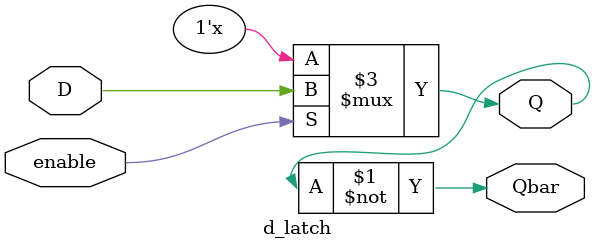
<source format=v>
module d_latch (
    input D,
    input enable,
    output reg Q,
    output Qbar
);

    assign Qbar = ~Q;

    always @(*) begin
        if (enable)
            Q <= D;
    end

endmodule


</source>
